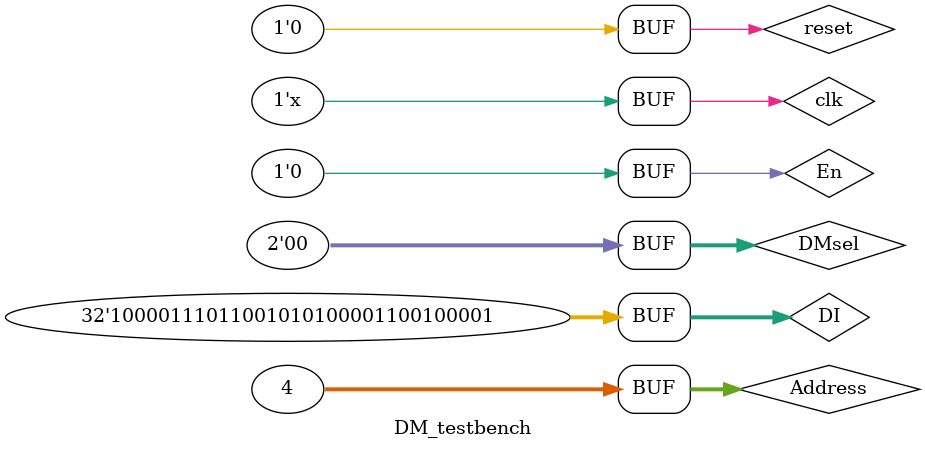
<source format=v>
`timescale 1ns / 1ps


module DM_testbench;

	// Inputs
	reg [31:0] Address;
	reg [31:0] DI;
	reg reset;
	reg clk;
	reg En;
	reg [1:0] DMsel;
	// Outputs
	wire [31:0] DO;

	// Instantiate the Unit Under Test (UUT)
	DM uut (
		.Address(Address), 
		.DI(DI), 
		.reset(reset), 
		.clk(clk), 
		.DMsel(DMsel),
		.En(En), 
		.DO(DO)
	);

	initial begin
		// Initialize Inputs
		Address = 0;
		DI = 0;
		reset = 0;
		clk = 0;
		En = 0;
		DMsel=2'b00;
		
		// Wait 100 ns for global reset to finish
		#100;
        
		// Add stimulus here
		En=1;
		//´æ×Ö½Ú
		DMsel=2'b10;
		DI=32'h87654321;
		//´æ°ë×Ö½Ú
		#10
		DMsel=2'b01;
		DI=32'h87654321;
		//´æ×Ö
		#10
		DMsel=2'b00;
		Address=32'h00000000;
		DI=32'h87654321;
		//È¡³öÀ´¿´¿´
		#10 En=0;
		DMsel=2'b10;
		Address=32'h00000001;
		#10
		Address=43'h00000002;
		#10
		Address=43'h00000003;
		#10
		Address=43'h00000004; 
		//¿´half
		#10
		DMsel=2'b01;
		Address=32'h00000001;
		#10
		Address=43'h00000002;
		#10
		Address=43'h00000003;
		#10
		Address=43'h00000004; 
		//¿´word
		#10
		DMsel=2'b00;
		Address=32'h00000001;
		#10
		Address=43'h00000002;
		#10
		Address=43'h00000003;
		#10
		Address=43'h00000004; 
	end
      
	always #5 clk=~clk;
endmodule


</source>
